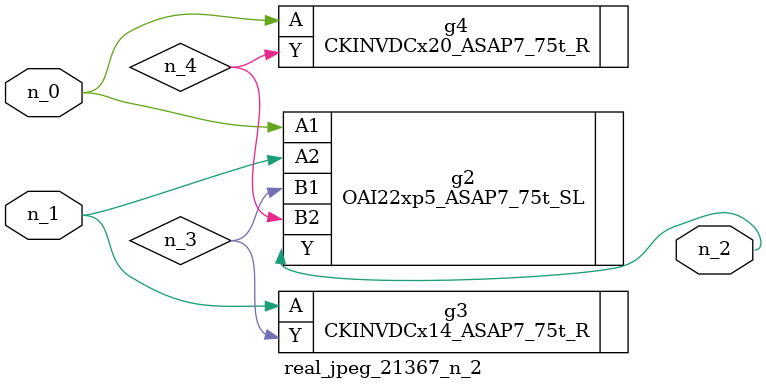
<source format=v>
module real_jpeg_21367_n_2 (n_1, n_0, n_2);

input n_1;
input n_0;

output n_2;

wire n_4;
wire n_3;

OAI22xp5_ASAP7_75t_SL g2 ( 
.A1(n_0),
.A2(n_1),
.B1(n_3),
.B2(n_4),
.Y(n_2)
);

CKINVDCx20_ASAP7_75t_R g4 ( 
.A(n_0),
.Y(n_4)
);

CKINVDCx14_ASAP7_75t_R g3 ( 
.A(n_1),
.Y(n_3)
);


endmodule
</source>
